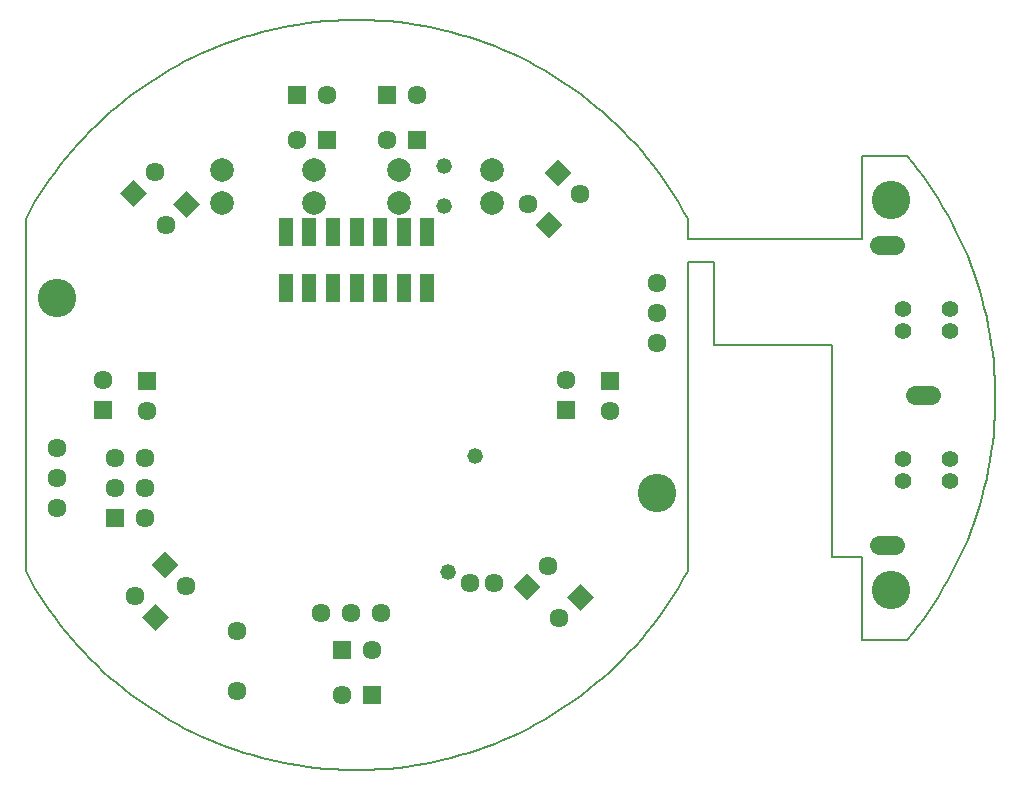
<source format=gbs>
G75*
%MOIN*%
%OFA0B0*%
%FSLAX24Y24*%
%IPPOS*%
%LPD*%
%AMOC8*
5,1,8,0,0,1.08239X$1,22.5*
%
%ADD10C,0.0080*%
%ADD11R,0.0635X0.0635*%
%ADD12C,0.0635*%
%ADD13C,0.0520*%
%ADD14R,0.0635X0.0635*%
%ADD15C,0.0792*%
%ADD16C,0.1280*%
%ADD17R,0.0474X0.0946*%
%ADD18C,0.0556*%
%ADD19C,0.0635*%
D10*
X005768Y008412D02*
X005768Y020148D01*
X005914Y020415D01*
X006066Y020678D01*
X006225Y020937D01*
X006390Y021192D01*
X006561Y021444D01*
X006739Y021691D01*
X006922Y021933D01*
X007111Y022171D01*
X007305Y022405D01*
X007506Y022633D01*
X007712Y022857D01*
X007923Y023075D01*
X008139Y023289D01*
X008361Y023497D01*
X008588Y023699D01*
X008819Y023896D01*
X009055Y024088D01*
X009296Y024273D01*
X009541Y024453D01*
X009791Y024626D01*
X010044Y024794D01*
X010302Y024955D01*
X010563Y025110D01*
X010829Y025259D01*
X011097Y025401D01*
X011369Y025536D01*
X011645Y025665D01*
X011923Y025787D01*
X012204Y025903D01*
X012488Y026011D01*
X012775Y026112D01*
X013064Y026207D01*
X013355Y026294D01*
X013648Y026375D01*
X013943Y026448D01*
X014240Y026514D01*
X014538Y026573D01*
X014837Y026624D01*
X015138Y026668D01*
X015440Y026705D01*
X015742Y026735D01*
X016046Y026757D01*
X016349Y026772D01*
X016653Y026779D01*
X016957Y026779D01*
X017261Y026772D01*
X017564Y026757D01*
X017868Y026735D01*
X018170Y026705D01*
X018472Y026668D01*
X018773Y026624D01*
X019072Y026573D01*
X019370Y026514D01*
X019667Y026448D01*
X019962Y026375D01*
X020255Y026294D01*
X020546Y026207D01*
X020835Y026112D01*
X021122Y026011D01*
X021406Y025903D01*
X021687Y025787D01*
X021965Y025665D01*
X022241Y025536D01*
X022513Y025401D01*
X022781Y025259D01*
X023047Y025110D01*
X023308Y024955D01*
X023566Y024794D01*
X023819Y024626D01*
X024069Y024453D01*
X024314Y024273D01*
X024555Y024088D01*
X024791Y023896D01*
X025022Y023699D01*
X025249Y023497D01*
X025471Y023289D01*
X025687Y023075D01*
X025898Y022857D01*
X026104Y022633D01*
X026305Y022405D01*
X026499Y022171D01*
X026688Y021933D01*
X026871Y021691D01*
X027049Y021444D01*
X027220Y021192D01*
X027385Y020937D01*
X027544Y020678D01*
X027696Y020415D01*
X027842Y020148D01*
X027841Y020148D02*
X027841Y019497D01*
X033635Y019497D01*
X033635Y022252D01*
X035144Y022252D01*
X028714Y018709D02*
X027841Y018709D01*
X027841Y008412D01*
X032651Y008867D02*
X033635Y008867D01*
X033635Y006111D01*
X035144Y006111D01*
X032651Y008867D02*
X032651Y015953D01*
X028714Y015953D01*
X028714Y018709D01*
X035143Y022253D02*
X035336Y022019D01*
X035523Y021781D01*
X035704Y021539D01*
X035879Y021292D01*
X036048Y021041D01*
X036211Y020786D01*
X036367Y020528D01*
X036518Y020265D01*
X036662Y019999D01*
X036799Y019730D01*
X036930Y019457D01*
X037055Y019181D01*
X037172Y018903D01*
X037283Y018621D01*
X037387Y018337D01*
X037484Y018050D01*
X037574Y017762D01*
X037658Y017471D01*
X037734Y017178D01*
X037803Y016883D01*
X037864Y016587D01*
X037919Y016290D01*
X037966Y015991D01*
X038007Y015691D01*
X038039Y015390D01*
X038065Y015089D01*
X038083Y014787D01*
X038094Y014485D01*
X038098Y014182D01*
X038094Y013879D01*
X038083Y013577D01*
X038065Y013275D01*
X038039Y012974D01*
X038007Y012673D01*
X037966Y012373D01*
X037919Y012074D01*
X037864Y011777D01*
X037803Y011481D01*
X037734Y011186D01*
X037658Y010893D01*
X037574Y010602D01*
X037484Y010314D01*
X037387Y010027D01*
X037283Y009743D01*
X037172Y009461D01*
X037055Y009183D01*
X036930Y008907D01*
X036799Y008634D01*
X036662Y008365D01*
X036518Y008099D01*
X036367Y007836D01*
X036211Y007578D01*
X036048Y007323D01*
X035879Y007072D01*
X035704Y006825D01*
X035523Y006583D01*
X035336Y006345D01*
X035143Y006111D01*
X027842Y008412D02*
X027696Y008145D01*
X027544Y007882D01*
X027385Y007623D01*
X027220Y007368D01*
X027049Y007116D01*
X026871Y006869D01*
X026688Y006627D01*
X026499Y006389D01*
X026305Y006155D01*
X026104Y005927D01*
X025898Y005703D01*
X025687Y005485D01*
X025471Y005271D01*
X025249Y005063D01*
X025022Y004861D01*
X024791Y004664D01*
X024555Y004472D01*
X024314Y004287D01*
X024069Y004107D01*
X023819Y003934D01*
X023566Y003766D01*
X023308Y003605D01*
X023047Y003450D01*
X022781Y003301D01*
X022513Y003159D01*
X022241Y003024D01*
X021965Y002895D01*
X021687Y002773D01*
X021406Y002657D01*
X021122Y002549D01*
X020835Y002448D01*
X020546Y002353D01*
X020255Y002266D01*
X019962Y002185D01*
X019667Y002112D01*
X019370Y002046D01*
X019072Y001987D01*
X018773Y001936D01*
X018472Y001892D01*
X018170Y001855D01*
X017868Y001825D01*
X017564Y001803D01*
X017261Y001788D01*
X016957Y001781D01*
X016653Y001781D01*
X016349Y001788D01*
X016046Y001803D01*
X015742Y001825D01*
X015440Y001855D01*
X015138Y001892D01*
X014837Y001936D01*
X014538Y001987D01*
X014240Y002046D01*
X013943Y002112D01*
X013648Y002185D01*
X013355Y002266D01*
X013064Y002353D01*
X012775Y002448D01*
X012488Y002549D01*
X012204Y002657D01*
X011923Y002773D01*
X011645Y002895D01*
X011369Y003024D01*
X011097Y003159D01*
X010829Y003301D01*
X010563Y003450D01*
X010302Y003605D01*
X010044Y003766D01*
X009791Y003934D01*
X009541Y004107D01*
X009296Y004287D01*
X009055Y004472D01*
X008819Y004664D01*
X008588Y004861D01*
X008361Y005063D01*
X008139Y005271D01*
X007923Y005485D01*
X007712Y005703D01*
X007506Y005927D01*
X007305Y006155D01*
X007111Y006389D01*
X006922Y006627D01*
X006739Y006869D01*
X006561Y007116D01*
X006390Y007368D01*
X006225Y007623D01*
X006066Y007882D01*
X005914Y008145D01*
X005768Y008412D01*
D11*
X008755Y010180D03*
X008352Y013770D03*
X009801Y014740D03*
X015805Y022780D03*
X014805Y024280D03*
X017805Y024280D03*
X018805Y022780D03*
X025241Y014747D03*
X023792Y013776D03*
X016305Y005780D03*
X017305Y004280D03*
D12*
X009404Y007581D03*
X011115Y007919D03*
X012805Y006405D03*
X012805Y004405D03*
X016305Y004280D03*
X017305Y005780D03*
X017605Y007030D03*
X016605Y007030D03*
X015605Y007030D03*
X020586Y008011D03*
X021373Y008011D03*
X023190Y008594D03*
X023551Y006834D03*
X025241Y013747D03*
X023792Y014776D03*
X026805Y016030D03*
X026805Y017030D03*
X026805Y018030D03*
X024237Y020987D03*
X022512Y020662D03*
X017805Y022780D03*
X018805Y024280D03*
X015805Y024280D03*
X014805Y022780D03*
X010435Y019938D03*
X010086Y021710D03*
X008352Y014770D03*
X009801Y013740D03*
X009755Y012180D03*
X008755Y012180D03*
X008755Y011180D03*
X009755Y011180D03*
X009755Y010180D03*
X006805Y010530D03*
X006805Y011530D03*
X006805Y012530D03*
D13*
X019840Y008392D03*
X020765Y012248D03*
X019730Y020588D03*
X019730Y021925D03*
D14*
G36*
X023219Y020403D02*
X023667Y019955D01*
X023219Y019507D01*
X022771Y019955D01*
X023219Y020403D01*
G37*
G36*
X023530Y021246D02*
X023082Y021694D01*
X023530Y022142D01*
X023978Y021694D01*
X023530Y021246D01*
G37*
G36*
X010694Y020645D02*
X011142Y021093D01*
X011590Y020645D01*
X011142Y020197D01*
X010694Y020645D01*
G37*
G36*
X009827Y021003D02*
X009379Y020555D01*
X008931Y021003D01*
X009379Y021451D01*
X009827Y021003D01*
G37*
G36*
X010408Y008178D02*
X009960Y008626D01*
X010408Y009074D01*
X010856Y008626D01*
X010408Y008178D01*
G37*
G36*
X010112Y007322D02*
X010560Y006874D01*
X010112Y006426D01*
X009664Y006874D01*
X010112Y007322D01*
G37*
G36*
X022931Y007887D02*
X022483Y007439D01*
X022035Y007887D01*
X022483Y008335D01*
X022931Y007887D01*
G37*
G36*
X023810Y007541D02*
X024258Y007989D01*
X024706Y007541D01*
X024258Y007093D01*
X023810Y007541D01*
G37*
D15*
X021305Y020680D03*
X021305Y021780D03*
X018221Y021780D03*
X018221Y020680D03*
X015388Y020680D03*
X015388Y021780D03*
X012305Y021780D03*
X012305Y020680D03*
D16*
X006805Y017530D03*
X026805Y011030D03*
X034620Y007784D03*
X034620Y020776D03*
D17*
X019167Y019725D03*
X018379Y019725D03*
X017592Y019725D03*
X016805Y019725D03*
X016017Y019725D03*
X015230Y019725D03*
X014442Y019725D03*
X014442Y017835D03*
X015230Y017835D03*
X016017Y017835D03*
X016805Y017835D03*
X017592Y017835D03*
X018379Y017835D03*
X019167Y017835D03*
D18*
X035017Y017134D03*
X035017Y016426D03*
X036592Y016426D03*
X036592Y017134D03*
X036592Y012134D03*
X036592Y011426D03*
X035017Y011426D03*
X035017Y012134D03*
D19*
X035405Y014280D02*
X035960Y014280D01*
X034760Y009280D02*
X034205Y009280D01*
X034205Y019280D02*
X034760Y019280D01*
M02*

</source>
